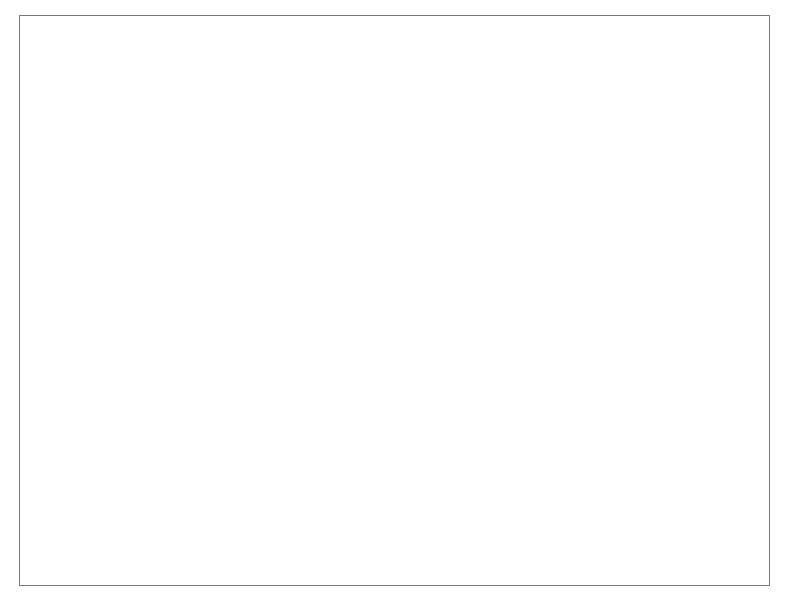
<source format=gbr>
G04 (created by PCBNEW (2013-07-07 BZR 4022)-stable) date 12/7/2014 8:29:54 AM*
%MOIN*%
G04 Gerber Fmt 3.4, Leading zero omitted, Abs format*
%FSLAX34Y34*%
G01*
G70*
G90*
G04 APERTURE LIST*
%ADD10C,0.00590551*%
%ADD11C,0.00393701*%
G04 APERTURE END LIST*
G54D10*
G54D11*
X75879Y-49911D02*
X75879Y-50411D01*
X50879Y-49911D02*
X75879Y-49911D01*
X50879Y-50411D02*
X50879Y-49911D01*
X75879Y-50411D02*
X75879Y-68911D01*
X50879Y-68911D02*
X50879Y-50411D01*
X75879Y-68911D02*
X50879Y-68911D01*
M02*

</source>
